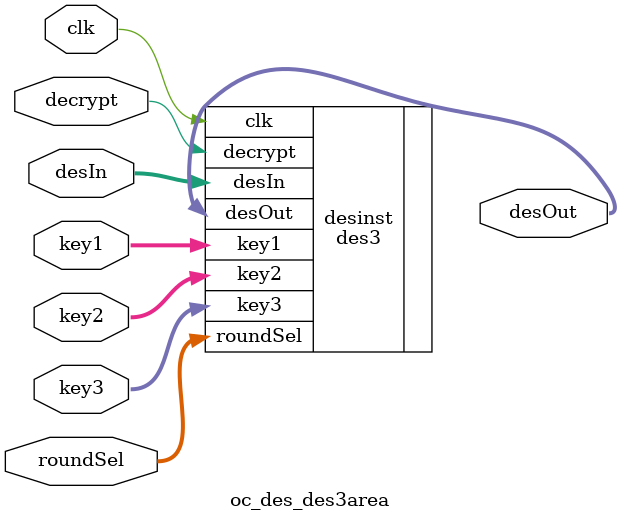
<source format=v>
`include "des3.v"

module oc_des_des3area(desOut, desIn, key1, key2, key3, decrypt, roundSel, clk);
output	[63:0]	desOut;
input	[63:0]	desIn;
input	[55:0]	key1;
input	[55:0]	key2;
input	[55:0]	key3;
input		decrypt;
input	[5:0]	roundSel;
input		clk;

des3 desinst (
	.desOut(desOut), 
	.desIn(desIn), 
	.key1(key1), 
	.key2(key2), 
	.key3(key3), 
	.decrypt(decrypt), 
	.roundSel(roundSel),
	.clk(clk)); 


endmodule

</source>
